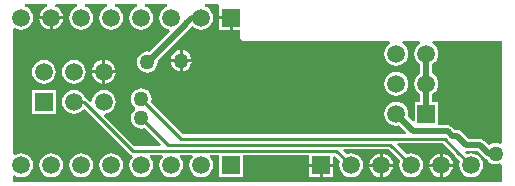
<source format=gbl>
G04 Layer_Physical_Order=2*
G04 Layer_Color=16711680*
%FSLAX43Y43*%
%MOMM*%
G71*
G01*
G75*
%ADD15C,0.500*%
%ADD16C,0.250*%
%ADD17R,1.500X1.500*%
%ADD18C,1.500*%
%ADD19R,1.500X1.500*%
%ADD20C,1.270*%
G36*
X18096Y15504D02*
Y14627D01*
X19100D01*
Y14500D01*
X19227D01*
Y13496D01*
X19875D01*
Y12750D01*
X20125Y12500D01*
X32507Y12500D01*
X32574Y12340D01*
X32572Y12322D01*
X32372Y12168D01*
X32211Y11959D01*
X32111Y11716D01*
X32076Y11455D01*
X32111Y11194D01*
X32211Y10951D01*
X32372Y10742D01*
X32581Y10582D01*
X32824Y10481D01*
X33085Y10446D01*
X33346Y10481D01*
X33589Y10582D01*
X33798Y10742D01*
X33958Y10951D01*
X34059Y11194D01*
X34094Y11455D01*
X34059Y11716D01*
X33958Y11959D01*
X33798Y12168D01*
X33597Y12322D01*
X33596Y12340D01*
X33663Y12500D01*
X35047D01*
X35114Y12340D01*
X35112Y12322D01*
X34912Y12168D01*
X34751Y11959D01*
X34651Y11716D01*
X34616Y11455D01*
X34651Y11194D01*
X34751Y10951D01*
X34912Y10742D01*
X35115Y10586D01*
Y9784D01*
X34912Y9628D01*
X34751Y9419D01*
X34651Y9176D01*
X34616Y8915D01*
X34651Y8654D01*
X34751Y8411D01*
X34912Y8202D01*
X35115Y8046D01*
Y7375D01*
X34625D01*
Y5788D01*
X34461Y5720D01*
X34060Y6121D01*
X34094Y6375D01*
X34059Y6636D01*
X33958Y6879D01*
X33798Y7088D01*
X33589Y7248D01*
X33346Y7349D01*
X33085Y7384D01*
X32824Y7349D01*
X32581Y7248D01*
X32372Y7088D01*
X32211Y6879D01*
X32111Y6636D01*
X32076Y6375D01*
X32111Y6114D01*
X32211Y5871D01*
X32372Y5662D01*
X32581Y5502D01*
X32824Y5401D01*
X33085Y5366D01*
X33339Y5400D01*
X33942Y4797D01*
X33874Y4632D01*
X15033D01*
X12326Y7340D01*
X12352Y7404D01*
X12383Y7635D01*
X12352Y7866D01*
X12263Y8081D01*
X12121Y8266D01*
X11936Y8408D01*
X11721Y8497D01*
X11490Y8528D01*
X11259Y8497D01*
X11044Y8408D01*
X10859Y8266D01*
X10717Y8081D01*
X10628Y7866D01*
X10597Y7635D01*
X10628Y7404D01*
X10717Y7189D01*
X10859Y7004D01*
X10968Y6920D01*
X10973Y6718D01*
X10967Y6706D01*
X10869Y6631D01*
X10727Y6446D01*
X10638Y6231D01*
X10607Y6000D01*
X10638Y5769D01*
X10727Y5554D01*
X10869Y5369D01*
X11054Y5227D01*
X11269Y5138D01*
X11500Y5107D01*
X11731Y5138D01*
X11795Y5164D01*
X13163Y3797D01*
X13095Y3632D01*
X10908D01*
X8350Y6191D01*
X8415Y6378D01*
X8591Y6401D01*
X8834Y6502D01*
X9043Y6662D01*
X9203Y6871D01*
X9304Y7114D01*
X9339Y7375D01*
X9304Y7636D01*
X9203Y7879D01*
X9043Y8088D01*
X8834Y8248D01*
X8591Y8349D01*
X8330Y8384D01*
X8069Y8349D01*
X7826Y8248D01*
X7617Y8088D01*
X7457Y7879D01*
X7356Y7636D01*
X7333Y7460D01*
X7146Y7395D01*
X6895Y7645D01*
X6771Y7728D01*
X6722Y7738D01*
X6663Y7879D01*
X6503Y8088D01*
X6294Y8248D01*
X6051Y8349D01*
X5790Y8384D01*
X5529Y8349D01*
X5286Y8248D01*
X5077Y8088D01*
X4917Y7879D01*
X4816Y7636D01*
X4781Y7375D01*
X4816Y7114D01*
X4917Y6871D01*
X5077Y6662D01*
X5286Y6502D01*
X5529Y6401D01*
X5790Y6366D01*
X6051Y6401D01*
X6294Y6502D01*
X6503Y6662D01*
X6549Y6721D01*
X6726Y6733D01*
X10480Y2980D01*
X10604Y2897D01*
X10691Y2879D01*
X10743Y2766D01*
X10749Y2738D01*
X10749Y2690D01*
X10606Y2504D01*
X10506Y2261D01*
X10471Y2000D01*
X10506Y1739D01*
X10606Y1496D01*
X10767Y1287D01*
X10976Y1127D01*
X11219Y1026D01*
X11480Y991D01*
X11741Y1026D01*
X11984Y1127D01*
X12193Y1287D01*
X12354Y1496D01*
X12454Y1739D01*
X12489Y2000D01*
X12454Y2261D01*
X12354Y2504D01*
X12211Y2690D01*
X12254Y2868D01*
X13246D01*
X13289Y2690D01*
X13146Y2504D01*
X13046Y2261D01*
X13011Y2000D01*
X13046Y1739D01*
X13146Y1496D01*
X13307Y1287D01*
X13516Y1127D01*
X13759Y1026D01*
X14020Y991D01*
X14281Y1026D01*
X14524Y1127D01*
X14733Y1287D01*
X14894Y1496D01*
X14994Y1739D01*
X15029Y2000D01*
X14994Y2261D01*
X14894Y2504D01*
X14751Y2690D01*
X14794Y2868D01*
X15786D01*
X15829Y2690D01*
X15686Y2504D01*
X15586Y2261D01*
X15551Y2000D01*
X15586Y1739D01*
X15686Y1496D01*
X15847Y1287D01*
X16056Y1127D01*
X16299Y1026D01*
X16560Y991D01*
X16821Y1026D01*
X17064Y1127D01*
X17273Y1287D01*
X17434Y1496D01*
X17534Y1739D01*
X17569Y2000D01*
X17534Y2261D01*
X17434Y2504D01*
X17291Y2690D01*
X17334Y2868D01*
X18100D01*
Y1000D01*
X20100D01*
Y2868D01*
X25716D01*
Y2127D01*
X27724D01*
Y2747D01*
X27902Y2817D01*
X28336Y2383D01*
X28286Y2261D01*
X28251Y2000D01*
X28286Y1739D01*
X28386Y1496D01*
X28547Y1287D01*
X28756Y1127D01*
X28999Y1026D01*
X29260Y991D01*
X29521Y1026D01*
X29764Y1127D01*
X29973Y1287D01*
X30133Y1496D01*
X30234Y1739D01*
X30269Y2000D01*
X30234Y2261D01*
X30133Y2504D01*
X29973Y2713D01*
X29764Y2874D01*
X29521Y2974D01*
X29260Y3009D01*
X28999Y2974D01*
X28877Y2924D01*
X28597Y3203D01*
X28665Y3368D01*
X32432D01*
X33416Y2383D01*
X33366Y2261D01*
X33331Y2000D01*
X33366Y1739D01*
X33466Y1496D01*
X33627Y1287D01*
X33836Y1127D01*
X34079Y1026D01*
X34340Y991D01*
X34601Y1026D01*
X34844Y1127D01*
X35053Y1287D01*
X35214Y1496D01*
X35314Y1739D01*
X35349Y2000D01*
X35314Y2261D01*
X35214Y2504D01*
X35053Y2713D01*
X34844Y2874D01*
X34601Y2974D01*
X34340Y3009D01*
X34079Y2974D01*
X33957Y2924D01*
X33177Y3703D01*
X33245Y3868D01*
X37012D01*
X38065Y2815D01*
X38065Y2815D01*
X38496Y2383D01*
X38446Y2261D01*
X38411Y2000D01*
X38446Y1739D01*
X38547Y1496D01*
X38707Y1287D01*
X38916Y1127D01*
X39159Y1026D01*
X39420Y991D01*
X39681Y1026D01*
X39924Y1127D01*
X40133Y1287D01*
X40293Y1496D01*
X40394Y1739D01*
X40429Y2000D01*
X40394Y2261D01*
X40293Y2504D01*
X40133Y2713D01*
X39924Y2874D01*
X39681Y2974D01*
X39420Y3009D01*
X39159Y2974D01*
X39037Y2924D01*
X38889Y3072D01*
X38977Y3235D01*
X39012Y3228D01*
X39959D01*
X40548Y2640D01*
X40714Y2529D01*
X40752Y2521D01*
X40869Y2369D01*
X41054Y2227D01*
X41269Y2138D01*
X41500Y2107D01*
X41731Y2138D01*
X41822Y2176D01*
X42000Y2057D01*
Y625D01*
X625Y625D01*
Y1072D01*
X784Y1150D01*
X816Y1127D01*
X1059Y1026D01*
X1320Y991D01*
X1581Y1026D01*
X1824Y1127D01*
X2033Y1287D01*
X2194Y1496D01*
X2294Y1739D01*
X2329Y2000D01*
X2294Y2261D01*
X2194Y2504D01*
X2033Y2713D01*
X1824Y2874D01*
X1581Y2974D01*
X1320Y3009D01*
X1059Y2974D01*
X816Y2874D01*
X784Y2850D01*
X625Y2928D01*
Y13572D01*
X784Y13650D01*
X816Y13627D01*
X1059Y13526D01*
X1320Y13491D01*
X1581Y13526D01*
X1824Y13627D01*
X2033Y13787D01*
X2194Y13996D01*
X2294Y14239D01*
X2329Y14500D01*
X2294Y14761D01*
X2194Y15004D01*
X2033Y15213D01*
X1824Y15373D01*
X1646Y15447D01*
X1682Y15625D01*
X3488D01*
X3523Y15447D01*
X3354Y15377D01*
X3144Y15216D01*
X2983Y15006D01*
X2882Y14762D01*
X2864Y14627D01*
X3860D01*
X4856D01*
X4838Y14762D01*
X4737Y15006D01*
X4576Y15216D01*
X4366Y15377D01*
X4197Y15447D01*
X4232Y15625D01*
X6038D01*
X6074Y15447D01*
X5896Y15373D01*
X5687Y15213D01*
X5527Y15004D01*
X5426Y14761D01*
X5391Y14500D01*
X5426Y14239D01*
X5527Y13996D01*
X5687Y13787D01*
X5896Y13627D01*
X6139Y13526D01*
X6400Y13491D01*
X6661Y13526D01*
X6904Y13627D01*
X7113Y13787D01*
X7273Y13996D01*
X7374Y14239D01*
X7409Y14500D01*
X7374Y14761D01*
X7273Y15004D01*
X7113Y15213D01*
X6904Y15373D01*
X6726Y15447D01*
X6762Y15625D01*
X8578D01*
X8614Y15447D01*
X8436Y15373D01*
X8227Y15213D01*
X8066Y15004D01*
X7966Y14761D01*
X7931Y14500D01*
X7966Y14239D01*
X8066Y13996D01*
X8227Y13787D01*
X8436Y13627D01*
X8679Y13526D01*
X8940Y13491D01*
X9201Y13526D01*
X9444Y13627D01*
X9653Y13787D01*
X9814Y13996D01*
X9914Y14239D01*
X9949Y14500D01*
X9914Y14761D01*
X9814Y15004D01*
X9653Y15213D01*
X9444Y15373D01*
X9266Y15447D01*
X9302Y15625D01*
X11118D01*
X11154Y15447D01*
X10976Y15373D01*
X10767Y15213D01*
X10606Y15004D01*
X10506Y14761D01*
X10471Y14500D01*
X10506Y14239D01*
X10606Y13996D01*
X10767Y13787D01*
X10976Y13627D01*
X11219Y13526D01*
X11480Y13491D01*
X11741Y13526D01*
X11984Y13627D01*
X12193Y13787D01*
X12354Y13996D01*
X12454Y14239D01*
X12489Y14500D01*
X12454Y14761D01*
X12354Y15004D01*
X12193Y15213D01*
X11984Y15373D01*
X11806Y15447D01*
X11842Y15625D01*
X13658D01*
X13694Y15447D01*
X13516Y15373D01*
X13307Y15213D01*
X13146Y15004D01*
X13046Y14761D01*
X13011Y14500D01*
X13046Y14239D01*
X13146Y13996D01*
X13307Y13787D01*
X13516Y13627D01*
X13759Y13526D01*
X13832Y13516D01*
X13895Y13328D01*
X12185Y11618D01*
X12000Y11643D01*
X11769Y11612D01*
X11554Y11523D01*
X11369Y11381D01*
X11227Y11196D01*
X11138Y10981D01*
X11107Y10750D01*
X11138Y10519D01*
X11227Y10304D01*
X11369Y10119D01*
X11554Y9977D01*
X11769Y9888D01*
X12000Y9857D01*
X12231Y9888D01*
X12446Y9977D01*
X12631Y10119D01*
X12773Y10304D01*
X12862Y10519D01*
X12893Y10750D01*
X12877Y10868D01*
X15630Y13622D01*
X15686Y13705D01*
X15731Y13728D01*
X15879Y13762D01*
X16056Y13627D01*
X16299Y13526D01*
X16560Y13491D01*
X16821Y13526D01*
X17064Y13627D01*
X17273Y13787D01*
X17434Y13996D01*
X17534Y14239D01*
X17569Y14500D01*
X17534Y14761D01*
X17434Y15004D01*
X17273Y15213D01*
X17064Y15373D01*
X16886Y15447D01*
X16922Y15625D01*
X17968D01*
X18096Y15504D01*
D02*
G37*
G36*
X42000Y12500D02*
X42000Y3943D01*
X41822Y3824D01*
X41731Y3862D01*
X41500Y3893D01*
X41269Y3862D01*
X41054Y3773D01*
X40942Y3688D01*
X40531Y4099D01*
X40366Y4209D01*
X40171Y4248D01*
X39223D01*
X38602Y4869D01*
X38436Y4980D01*
X38241Y5019D01*
X38006D01*
X37789Y5235D01*
X37738Y5287D01*
X37572Y5398D01*
X37377Y5437D01*
X36625D01*
Y7375D01*
X36135D01*
Y8046D01*
X36338Y8202D01*
X36498Y8411D01*
X36599Y8654D01*
X36634Y8915D01*
X36599Y9176D01*
X36498Y9419D01*
X36338Y9628D01*
X36135Y9784D01*
Y10586D01*
X36338Y10742D01*
X36498Y10951D01*
X36599Y11194D01*
X36634Y11455D01*
X36599Y11716D01*
X36498Y11959D01*
X36338Y12168D01*
X36137Y12322D01*
X36136Y12340D01*
X36203Y12500D01*
X42000D01*
D02*
G37*
%LPC*%
G36*
X31673Y2996D02*
X31538Y2978D01*
X31294Y2877D01*
X31084Y2716D01*
X30923Y2506D01*
X30822Y2262D01*
X30804Y2127D01*
X31673D01*
Y2996D01*
D02*
G37*
G36*
X36753Y1873D02*
X35884D01*
X35902Y1738D01*
X36003Y1494D01*
X36164Y1284D01*
X36374Y1123D01*
X36618Y1022D01*
X36753Y1004D01*
Y1873D01*
D02*
G37*
G36*
X37876D02*
X37007D01*
Y1004D01*
X37142Y1022D01*
X37386Y1123D01*
X37596Y1284D01*
X37757Y1494D01*
X37858Y1738D01*
X37876Y1873D01*
D02*
G37*
G36*
X37007Y2996D02*
Y2127D01*
X37876D01*
X37858Y2262D01*
X37757Y2506D01*
X37596Y2716D01*
X37386Y2877D01*
X37142Y2978D01*
X37007Y2996D01*
D02*
G37*
G36*
X36753D02*
X36618Y2978D01*
X36374Y2877D01*
X36164Y2716D01*
X36003Y2506D01*
X35902Y2262D01*
X35884Y2127D01*
X36753D01*
Y2996D01*
D02*
G37*
G36*
X31927D02*
Y2127D01*
X32796D01*
X32778Y2262D01*
X32677Y2506D01*
X32516Y2716D01*
X32306Y2877D01*
X32062Y2978D01*
X31927Y2996D01*
D02*
G37*
G36*
X8940Y3009D02*
X8679Y2974D01*
X8436Y2874D01*
X8227Y2713D01*
X8066Y2504D01*
X7966Y2261D01*
X7931Y2000D01*
X7966Y1739D01*
X8066Y1496D01*
X8227Y1287D01*
X8436Y1127D01*
X8679Y1026D01*
X8940Y991D01*
X9201Y1026D01*
X9444Y1127D01*
X9653Y1287D01*
X9814Y1496D01*
X9914Y1739D01*
X9949Y2000D01*
X9914Y2261D01*
X9814Y2504D01*
X9653Y2713D01*
X9444Y2874D01*
X9201Y2974D01*
X8940Y3009D01*
D02*
G37*
G36*
X6400D02*
X6139Y2974D01*
X5896Y2874D01*
X5687Y2713D01*
X5527Y2504D01*
X5426Y2261D01*
X5391Y2000D01*
X5426Y1739D01*
X5527Y1496D01*
X5687Y1287D01*
X5896Y1127D01*
X6139Y1026D01*
X6400Y991D01*
X6661Y1026D01*
X6904Y1127D01*
X7113Y1287D01*
X7273Y1496D01*
X7374Y1739D01*
X7409Y2000D01*
X7374Y2261D01*
X7273Y2504D01*
X7113Y2713D01*
X6904Y2874D01*
X6661Y2974D01*
X6400Y3009D01*
D02*
G37*
G36*
X3860D02*
X3599Y2974D01*
X3356Y2874D01*
X3147Y2713D01*
X2987Y2504D01*
X2886Y2261D01*
X2851Y2000D01*
X2886Y1739D01*
X2987Y1496D01*
X3147Y1287D01*
X3356Y1127D01*
X3599Y1026D01*
X3860Y991D01*
X4121Y1026D01*
X4364Y1127D01*
X4573Y1287D01*
X4734Y1496D01*
X4834Y1739D01*
X4869Y2000D01*
X4834Y2261D01*
X4734Y2504D01*
X4573Y2713D01*
X4364Y2874D01*
X4121Y2974D01*
X3860Y3009D01*
D02*
G37*
G36*
X26593Y1873D02*
X25716D01*
Y996D01*
X26593D01*
Y1873D01*
D02*
G37*
G36*
X32796D02*
X31927D01*
Y1004D01*
X32062Y1022D01*
X32306Y1123D01*
X32516Y1284D01*
X32677Y1494D01*
X32778Y1738D01*
X32796Y1873D01*
D02*
G37*
G36*
X31673D02*
X30804D01*
X30822Y1738D01*
X30923Y1494D01*
X31084Y1284D01*
X31294Y1123D01*
X31538Y1022D01*
X31673Y1004D01*
Y1873D01*
D02*
G37*
G36*
X27724D02*
X26847D01*
Y996D01*
X27724D01*
Y1873D01*
D02*
G37*
G36*
X4250Y8375D02*
X2250D01*
Y6375D01*
X4250D01*
Y8375D01*
D02*
G37*
G36*
X14748Y11755D02*
X14643Y11741D01*
X14427Y11652D01*
X14241Y11509D01*
X14099Y11323D01*
X14009Y11107D01*
X13995Y11002D01*
X14748D01*
Y11755D01*
D02*
G37*
G36*
X8457Y10911D02*
Y10042D01*
X9326D01*
X9308Y10177D01*
X9207Y10421D01*
X9046Y10631D01*
X8836Y10792D01*
X8592Y10893D01*
X8457Y10911D01*
D02*
G37*
G36*
X8203D02*
X8068Y10893D01*
X7824Y10792D01*
X7614Y10631D01*
X7453Y10421D01*
X7352Y10177D01*
X7334Y10042D01*
X8203D01*
Y10911D01*
D02*
G37*
G36*
X15002Y11755D02*
Y11002D01*
X15755D01*
X15741Y11107D01*
X15652Y11323D01*
X15509Y11509D01*
X15323Y11652D01*
X15107Y11741D01*
X15002Y11755D01*
D02*
G37*
G36*
X4856Y14373D02*
X3987D01*
Y13504D01*
X4122Y13522D01*
X4366Y13623D01*
X4576Y13784D01*
X4737Y13994D01*
X4838Y14238D01*
X4856Y14373D01*
D02*
G37*
G36*
X3733D02*
X2864D01*
X2882Y14238D01*
X2983Y13994D01*
X3144Y13784D01*
X3354Y13623D01*
X3598Y13522D01*
X3733Y13504D01*
Y14373D01*
D02*
G37*
G36*
X18973D02*
X18096D01*
Y13496D01*
X18973D01*
Y14373D01*
D02*
G37*
G36*
X5790Y10924D02*
X5529Y10889D01*
X5286Y10788D01*
X5077Y10628D01*
X4917Y10419D01*
X4816Y10176D01*
X4781Y9915D01*
X4816Y9654D01*
X4917Y9411D01*
X5077Y9202D01*
X5286Y9042D01*
X5529Y8941D01*
X5790Y8906D01*
X6051Y8941D01*
X6294Y9042D01*
X6503Y9202D01*
X6663Y9411D01*
X6764Y9654D01*
X6799Y9915D01*
X6764Y10176D01*
X6663Y10419D01*
X6503Y10628D01*
X6294Y10788D01*
X6051Y10889D01*
X5790Y10924D01*
D02*
G37*
G36*
X3250D02*
X2989Y10889D01*
X2746Y10788D01*
X2537Y10628D01*
X2377Y10419D01*
X2276Y10176D01*
X2241Y9915D01*
X2276Y9654D01*
X2377Y9411D01*
X2537Y9202D01*
X2746Y9042D01*
X2989Y8941D01*
X3250Y8906D01*
X3511Y8941D01*
X3754Y9042D01*
X3963Y9202D01*
X4123Y9411D01*
X4224Y9654D01*
X4259Y9915D01*
X4224Y10176D01*
X4123Y10419D01*
X3963Y10628D01*
X3754Y10788D01*
X3511Y10889D01*
X3250Y10924D01*
D02*
G37*
G36*
X33085Y9924D02*
X32824Y9889D01*
X32581Y9788D01*
X32372Y9628D01*
X32211Y9419D01*
X32111Y9176D01*
X32076Y8915D01*
X32111Y8654D01*
X32211Y8411D01*
X32372Y8202D01*
X32581Y8042D01*
X32824Y7941D01*
X33085Y7906D01*
X33346Y7941D01*
X33589Y8042D01*
X33798Y8202D01*
X33958Y8411D01*
X34059Y8654D01*
X34094Y8915D01*
X34059Y9176D01*
X33958Y9419D01*
X33798Y9628D01*
X33589Y9788D01*
X33346Y9889D01*
X33085Y9924D01*
D02*
G37*
G36*
X8203Y9788D02*
X7334D01*
X7352Y9653D01*
X7453Y9409D01*
X7614Y9199D01*
X7824Y9038D01*
X8068Y8937D01*
X8203Y8919D01*
Y9788D01*
D02*
G37*
G36*
X15755Y10748D02*
X15002D01*
Y9995D01*
X15107Y10009D01*
X15323Y10099D01*
X15509Y10241D01*
X15652Y10427D01*
X15741Y10643D01*
X15755Y10748D01*
D02*
G37*
G36*
X14748D02*
X13995D01*
X14009Y10643D01*
X14099Y10427D01*
X14241Y10241D01*
X14427Y10099D01*
X14643Y10009D01*
X14748Y9995D01*
Y10748D01*
D02*
G37*
G36*
X9326Y9788D02*
X8457D01*
Y8919D01*
X8592Y8937D01*
X8836Y9038D01*
X9046Y9199D01*
X9207Y9409D01*
X9308Y9653D01*
X9326Y9788D01*
D02*
G37*
%LPD*%
D15*
X39012Y3738D02*
X40171D01*
X38241Y4509D02*
X39012Y3738D01*
X37795Y4509D02*
X38241D01*
X37429Y4875D02*
X37795Y4509D01*
X37429Y4875D02*
X37429D01*
X37377Y4927D02*
X37429Y4875D01*
X35625Y6375D02*
Y8915D01*
Y11455D01*
X15750Y14500D02*
X16560D01*
X15270Y14020D02*
X15750Y14500D01*
X15270Y13982D02*
Y14020D01*
X12038Y10750D02*
X15270Y13982D01*
X12000Y10750D02*
X12038D01*
X33085Y6375D02*
X34533Y4927D01*
X37377D01*
X41500Y2841D02*
Y3000D01*
X40171Y3738D02*
X40909Y3000D01*
X41341D01*
X41500Y2841D01*
D16*
X38335Y3085D02*
X38335D01*
X39420Y2000D01*
X37170Y4250D02*
X38335Y3085D01*
X14875Y4250D02*
X37170D01*
X32590Y3750D02*
X34340Y2000D01*
X13750Y3750D02*
X32590D01*
X10750Y3250D02*
X28010D01*
X29260Y2000D01*
X5790Y7375D02*
X6625D01*
X10750Y3250D01*
X11500Y6000D02*
X13750Y3750D01*
X11490Y7635D02*
X14875Y4250D01*
D17*
X19100Y2000D02*
D03*
X26720D02*
D03*
X3250Y7375D02*
D03*
X19100Y14500D02*
D03*
D18*
X16560Y2000D02*
D03*
X14020D02*
D03*
X11480D02*
D03*
X8940D02*
D03*
X6400D02*
D03*
X3860D02*
D03*
X1320D02*
D03*
X33085Y6375D02*
D03*
X35625Y8915D02*
D03*
X33085D02*
D03*
X35625Y11455D02*
D03*
X33085D02*
D03*
X29260Y2000D02*
D03*
X31800D02*
D03*
X34340D02*
D03*
X36880D02*
D03*
X39420D02*
D03*
X3250Y9915D02*
D03*
X5790Y7375D02*
D03*
Y9915D02*
D03*
X8330Y7375D02*
D03*
Y9915D02*
D03*
X16560Y14500D02*
D03*
X14020D02*
D03*
X11480D02*
D03*
X8940D02*
D03*
X6400D02*
D03*
X3860D02*
D03*
X1320D02*
D03*
D19*
X35625Y6375D02*
D03*
D20*
X12000Y10750D02*
D03*
X11500Y6000D02*
D03*
X11490Y7635D02*
D03*
X14875Y10875D02*
D03*
X41500Y3000D02*
D03*
M02*

</source>
